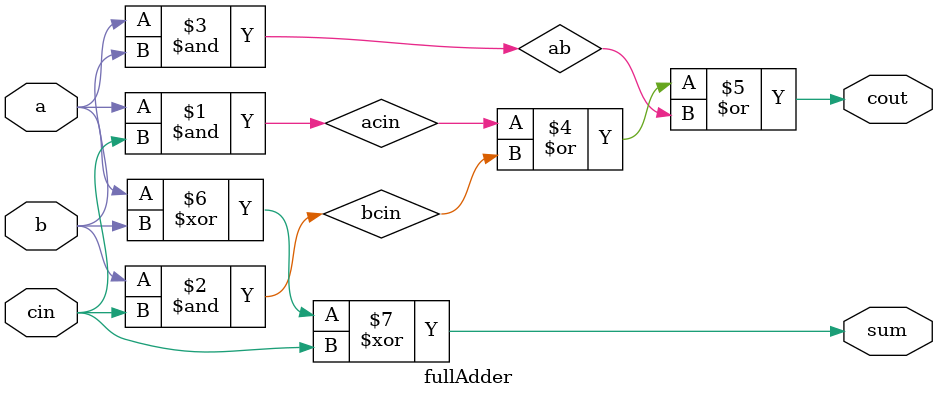
<source format=sv>
`timescale 1ns/10ps

module fullAdder (a, b, cin, cout, sum);
	input logic a, b, cin;
	output logic cout, sum;
	
	logic acin;
	logic bcin;
	logic ab;
	
	and (acin, a, cin);
	and (bcin, b, cin);
	and (ab, a, b);
	or #0.05 (cout, acin, bcin, ab);
	
	xor #0.05 (sum, a, b, cin);

endmodule 
	
</source>
